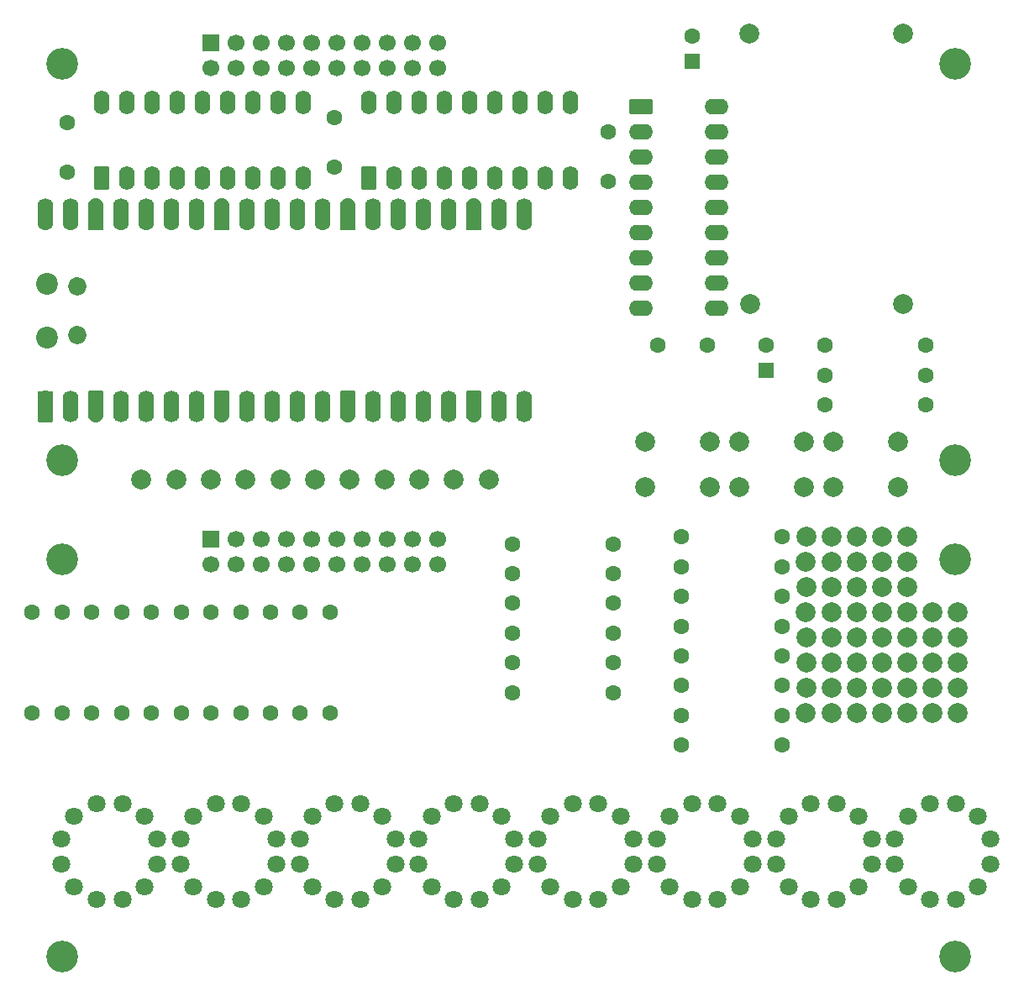
<source format=gbr>
%TF.GenerationSoftware,KiCad,Pcbnew,9.0.3*%
%TF.CreationDate,2025-09-07T22:44:02+09:00*%
%TF.ProjectId,VFD__,56464442-082e-46b6-9963-61645f706362,rev?*%
%TF.SameCoordinates,Original*%
%TF.FileFunction,Soldermask,Top*%
%TF.FilePolarity,Negative*%
%FSLAX46Y46*%
G04 Gerber Fmt 4.6, Leading zero omitted, Abs format (unit mm)*
G04 Created by KiCad (PCBNEW 9.0.3) date 2025-09-07 22:44:02*
%MOMM*%
%LPD*%
G01*
G04 APERTURE LIST*
G04 Aperture macros list*
%AMRoundRect*
0 Rectangle with rounded corners*
0 $1 Rounding radius*
0 $2 $3 $4 $5 $6 $7 $8 $9 X,Y pos of 4 corners*
0 Add a 4 corners polygon primitive as box body*
4,1,4,$2,$3,$4,$5,$6,$7,$8,$9,$2,$3,0*
0 Add four circle primitives for the rounded corners*
1,1,$1+$1,$2,$3*
1,1,$1+$1,$4,$5*
1,1,$1+$1,$6,$7*
1,1,$1+$1,$8,$9*
0 Add four rect primitives between the rounded corners*
20,1,$1+$1,$2,$3,$4,$5,0*
20,1,$1+$1,$4,$5,$6,$7,0*
20,1,$1+$1,$6,$7,$8,$9,0*
20,1,$1+$1,$8,$9,$2,$3,0*%
%AMFreePoly0*
4,1,37,0.800000,0.796148,0.878414,0.796148,1.032228,0.765552,1.177117,0.705537,1.307515,0.618408,1.418408,0.507515,1.505537,0.377117,1.565552,0.232228,1.596148,0.078414,1.596148,-0.078414,1.565552,-0.232228,1.505537,-0.377117,1.418408,-0.507515,1.307515,-0.618408,1.177117,-0.705537,1.032228,-0.765552,0.878414,-0.796148,0.800000,-0.796148,0.800000,-0.800000,-1.400000,-0.800000,
-1.403843,-0.796157,-1.439018,-0.796157,-1.511114,-0.766294,-1.566294,-0.711114,-1.596157,-0.639018,-1.596157,-0.603843,-1.600000,-0.600000,-1.600000,0.600000,-1.596157,0.603843,-1.596157,0.639018,-1.566294,0.711114,-1.511114,0.766294,-1.439018,0.796157,-1.403843,0.796157,-1.400000,0.800000,0.800000,0.800000,0.800000,0.796148,0.800000,0.796148,$1*%
%AMFreePoly1*
4,1,37,1.403843,0.796157,1.439018,0.796157,1.511114,0.766294,1.566294,0.711114,1.596157,0.639018,1.596157,0.603843,1.600000,0.600000,1.600000,-0.600000,1.596157,-0.603843,1.596157,-0.639018,1.566294,-0.711114,1.511114,-0.766294,1.439018,-0.796157,1.403843,-0.796157,1.400000,-0.800000,-0.800000,-0.800000,-0.800000,-0.796148,-0.878414,-0.796148,-1.032228,-0.765552,-1.177117,-0.705537,
-1.307515,-0.618408,-1.418408,-0.507515,-1.505537,-0.377117,-1.565552,-0.232228,-1.596148,-0.078414,-1.596148,0.078414,-1.565552,0.232228,-1.505537,0.377117,-1.418408,0.507515,-1.307515,0.618408,-1.177117,0.705537,-1.032228,0.765552,-0.878414,0.796148,-0.800000,0.796148,-0.800000,0.800000,1.400000,0.800000,1.403843,0.796157,1.403843,0.796157,$1*%
%AMFreePoly2*
4,1,37,0.603843,0.796157,0.639018,0.796157,0.711114,0.766294,0.766294,0.711114,0.796157,0.639018,0.796157,0.603843,0.800000,0.600000,0.800000,-0.600000,0.796157,-0.603843,0.796157,-0.639018,0.766294,-0.711114,0.711114,-0.766294,0.639018,-0.796157,0.603843,-0.796157,0.600000,-0.800000,0.000000,-0.800000,0.000000,-0.796148,-0.078414,-0.796148,-0.232228,-0.765552,-0.377117,-0.705537,
-0.507515,-0.618408,-0.618408,-0.507515,-0.705537,-0.377117,-0.765552,-0.232228,-0.796148,-0.078414,-0.796148,0.078414,-0.765552,0.232228,-0.705537,0.377117,-0.618408,0.507515,-0.507515,0.618408,-0.377117,0.705537,-0.232228,0.765552,-0.078414,0.796148,0.000000,0.796148,0.000000,0.800000,0.600000,0.800000,0.603843,0.796157,0.603843,0.796157,$1*%
%AMFreePoly3*
4,1,37,0.000000,0.796148,0.078414,0.796148,0.232228,0.765552,0.377117,0.705537,0.507515,0.618408,0.618408,0.507515,0.705537,0.377117,0.765552,0.232228,0.796148,0.078414,0.796148,-0.078414,0.765552,-0.232228,0.705537,-0.377117,0.618408,-0.507515,0.507515,-0.618408,0.377117,-0.705537,0.232228,-0.765552,0.078414,-0.796148,0.000000,-0.796148,0.000000,-0.800000,-0.600000,-0.800000,
-0.603843,-0.796157,-0.639018,-0.796157,-0.711114,-0.766294,-0.766294,-0.711114,-0.796157,-0.639018,-0.796157,-0.603843,-0.800000,-0.600000,-0.800000,0.600000,-0.796157,0.603843,-0.796157,0.639018,-0.766294,0.711114,-0.711114,0.766294,-0.639018,0.796157,-0.603843,0.796157,-0.600000,0.800000,0.000000,0.800000,0.000000,0.796148,0.000000,0.796148,$1*%
G04 Aperture macros list end*
%ADD10C,1.800000*%
%ADD11C,2.000000*%
%ADD12C,3.200000*%
%ADD13C,1.600000*%
%ADD14RoundRect,0.250000X0.550000X-0.950000X0.550000X0.950000X-0.550000X0.950000X-0.550000X-0.950000X0*%
%ADD15O,1.600000X2.400000*%
%ADD16R,1.700000X1.700000*%
%ADD17C,1.700000*%
%ADD18RoundRect,0.250000X0.550000X-0.550000X0.550000X0.550000X-0.550000X0.550000X-0.550000X-0.550000X0*%
%ADD19RoundRect,0.250000X-0.950000X-0.550000X0.950000X-0.550000X0.950000X0.550000X-0.950000X0.550000X0*%
%ADD20O,2.400000X1.600000*%
%ADD21C,2.200000*%
%ADD22C,1.850000*%
%ADD23FreePoly0,90.000000*%
%ADD24RoundRect,0.200000X0.600000X-0.600000X0.600000X0.600000X-0.600000X0.600000X-0.600000X-0.600000X0*%
%ADD25RoundRect,0.800000X0.000010X-0.800000X0.000010X0.800000X-0.000010X0.800000X-0.000010X-0.800000X0*%
%ADD26FreePoly1,90.000000*%
%ADD27FreePoly2,90.000000*%
%ADD28FreePoly3,90.000000*%
G04 APERTURE END LIST*
D10*
%TO.C,Q8*%
X194096629Y-110740439D03*
X192802534Y-115570068D03*
X187972905Y-116864163D03*
X194096629Y-113328629D03*
X190561095Y-107204905D03*
X192802534Y-108499000D03*
X185731466Y-115570068D03*
X184437371Y-113328629D03*
X190561095Y-116864163D03*
X184437371Y-110740439D03*
X185731466Y-108499000D03*
X187972905Y-107204905D03*
%TD*%
%TO.C,Q7*%
X182096629Y-110740439D03*
X180802534Y-115570068D03*
X175972905Y-116864163D03*
X182096629Y-113328629D03*
X178561095Y-107204905D03*
X180802534Y-108499000D03*
X173731466Y-115570068D03*
X172437371Y-113328629D03*
X178561095Y-116864163D03*
X172437371Y-110740439D03*
X173731466Y-108499000D03*
X175972905Y-107204905D03*
%TD*%
%TO.C,Q6*%
X170096629Y-110740439D03*
X168802534Y-115570068D03*
X163972905Y-116864163D03*
X170096629Y-113328629D03*
X166561095Y-107204905D03*
X168802534Y-108499000D03*
X161731466Y-115570068D03*
X160437371Y-113328629D03*
X166561095Y-116864163D03*
X160437371Y-110740439D03*
X161731466Y-108499000D03*
X163972905Y-107204905D03*
%TD*%
%TO.C,Q5*%
X158096629Y-110740439D03*
X156802534Y-115570068D03*
X151972905Y-116864163D03*
X158096629Y-113328629D03*
X154561095Y-107204905D03*
X156802534Y-108499000D03*
X149731466Y-115570068D03*
X148437371Y-113328629D03*
X154561095Y-116864163D03*
X148437371Y-110740439D03*
X149731466Y-108499000D03*
X151972905Y-107204905D03*
%TD*%
%TO.C,Q4*%
X146096629Y-110740439D03*
X144802534Y-115570068D03*
X139972905Y-116864163D03*
X146096629Y-113328629D03*
X142561095Y-107204905D03*
X144802534Y-108499000D03*
X137731466Y-115570068D03*
X136437371Y-113328629D03*
X142561095Y-116864163D03*
X136437371Y-110740439D03*
X137731466Y-108499000D03*
X139972905Y-107204905D03*
%TD*%
%TO.C,Q3*%
X134096629Y-110740439D03*
X132802534Y-115570068D03*
X127972905Y-116864163D03*
X134096629Y-113328629D03*
X130561095Y-107204905D03*
X132802534Y-108499000D03*
X125731466Y-115570068D03*
X124437371Y-113328629D03*
X130561095Y-116864163D03*
X124437371Y-110740439D03*
X125731466Y-108499000D03*
X127972905Y-107204905D03*
%TD*%
%TO.C,Q2*%
X122096629Y-110740439D03*
X120802534Y-115570068D03*
X115972905Y-116864163D03*
X122096629Y-113328629D03*
X118561095Y-107204905D03*
X120802534Y-108499000D03*
X113731466Y-115570068D03*
X112437371Y-113328629D03*
X118561095Y-116864163D03*
X112437371Y-110740439D03*
X113731466Y-108499000D03*
X115972905Y-107204905D03*
%TD*%
%TO.C,Q1*%
X110096629Y-110740439D03*
X108802534Y-115570068D03*
X103972905Y-116864163D03*
X110096629Y-113328629D03*
X106561095Y-107204905D03*
X108802534Y-108499000D03*
X101731466Y-115570068D03*
X100437371Y-113328629D03*
X106561095Y-116864163D03*
X100437371Y-110740439D03*
X101731466Y-108499000D03*
X103972905Y-107204905D03*
%TD*%
D11*
%TO.C,TP30*%
X185240580Y-29539030D03*
%TD*%
%TO.C,TP31*%
X169802444Y-29524300D03*
%TD*%
D12*
%TO.C,H6*%
X100500000Y-122600000D03*
%TD*%
D11*
%TO.C,TP51*%
X180594000Y-90424000D03*
%TD*%
%TO.C,TP7*%
X143500000Y-74500000D03*
%TD*%
D13*
%TO.C,R20*%
X162920000Y-86300000D03*
X173080000Y-86300000D03*
%TD*%
D11*
%TO.C,TP58*%
X183134000Y-85344000D03*
%TD*%
%TO.C,TP11*%
X112000000Y-74500000D03*
%TD*%
D14*
%TO.C,U1*%
X104520000Y-44120000D03*
D15*
X107060000Y-44120000D03*
X109600000Y-44120000D03*
X112140000Y-44120000D03*
X114680000Y-44120000D03*
X117220000Y-44120000D03*
X119760000Y-44120000D03*
X122300000Y-44120000D03*
X124840000Y-44120000D03*
X124840000Y-36500000D03*
X122300000Y-36500000D03*
X119760000Y-36500000D03*
X117220000Y-36500000D03*
X114680000Y-36500000D03*
X112140000Y-36500000D03*
X109600000Y-36500000D03*
X107060000Y-36500000D03*
X104520000Y-36500000D03*
%TD*%
D11*
%TO.C,TP47*%
X190754000Y-92964000D03*
%TD*%
D13*
%TO.C,R27*%
X187580000Y-64008000D03*
X177420000Y-64008000D03*
%TD*%
D11*
%TO.C,TP39*%
X178054000Y-82804000D03*
%TD*%
%TO.C,TP23*%
X175514000Y-85344000D03*
%TD*%
D12*
%TO.C,H7*%
X190500000Y-82600000D03*
%TD*%
D11*
%TO.C,TP14*%
X178054000Y-80264000D03*
%TD*%
%TO.C,TP53*%
X183134000Y-95504000D03*
%TD*%
%TO.C,TP34*%
X169818349Y-56818855D03*
%TD*%
D13*
%TO.C,C7*%
X155500000Y-44500000D03*
X155500000Y-39500000D03*
%TD*%
%TO.C,R17*%
X103500000Y-98080000D03*
X103500000Y-87920000D03*
%TD*%
%TO.C,R14*%
X145920000Y-87000000D03*
X156080000Y-87000000D03*
%TD*%
D11*
%TO.C,TP6*%
X140000000Y-74500000D03*
%TD*%
%TO.C,TP13*%
X175514000Y-80264000D03*
%TD*%
D13*
%TO.C,R12*%
X145920000Y-84000000D03*
X156080000Y-84000000D03*
%TD*%
D11*
%TO.C,TP60*%
X183134000Y-90424000D03*
%TD*%
%TO.C,TP67*%
X185674000Y-85344000D03*
%TD*%
D12*
%TO.C,H5*%
X100500000Y-82600000D03*
%TD*%
D11*
%TO.C,TP26*%
X175514000Y-92964000D03*
%TD*%
%TO.C,TP28*%
X178054000Y-98044000D03*
%TD*%
D13*
%TO.C,R28*%
X187580000Y-61000000D03*
X177420000Y-61000000D03*
%TD*%
%TO.C,R19*%
X162920000Y-83300000D03*
X173080000Y-83300000D03*
%TD*%
D11*
%TO.C,TP61*%
X183134000Y-92964000D03*
%TD*%
D12*
%TO.C,H8*%
X190500000Y-122600000D03*
%TD*%
D11*
%TO.C,TP10*%
X119000000Y-74500000D03*
%TD*%
D16*
%TO.C,J2*%
X115500000Y-30500000D03*
D17*
X115500000Y-33040000D03*
X118040000Y-30500000D03*
X118040000Y-33040000D03*
X120580000Y-30500000D03*
X120580000Y-33040000D03*
X123120000Y-30500000D03*
X123120000Y-33040000D03*
X125660000Y-30500000D03*
X125660000Y-33040000D03*
X128200000Y-30500000D03*
X128200000Y-33040000D03*
X130740000Y-30500000D03*
X130740000Y-33040000D03*
X133280000Y-30500000D03*
X133280000Y-33040000D03*
X135820000Y-30500000D03*
X135820000Y-33040000D03*
X138360000Y-30500000D03*
X138360000Y-33040000D03*
%TD*%
D13*
%TO.C,Rr2*%
X106500000Y-98080000D03*
X106500000Y-87920000D03*
%TD*%
%TO.C,R13*%
X109500000Y-98080000D03*
X109500000Y-87920000D03*
%TD*%
D12*
%TO.C,H3*%
X190500000Y-32600000D03*
%TD*%
D11*
%TO.C,TP36*%
X185250771Y-56858351D03*
%TD*%
D13*
%TO.C,C5*%
X127960000Y-43000000D03*
X127960000Y-38000000D03*
%TD*%
D11*
%TO.C,TP12*%
X115500000Y-74500000D03*
%TD*%
%TO.C,TP21*%
X190754000Y-98044000D03*
%TD*%
%TO.C,TP5*%
X136500000Y-74500000D03*
%TD*%
D13*
%TO.C,R7*%
X121500000Y-98080000D03*
X121500000Y-87920000D03*
%TD*%
D11*
%TO.C,TP20*%
X188214000Y-98044000D03*
%TD*%
%TO.C,TP22*%
X175452000Y-82804000D03*
%TD*%
%TO.C,TP42*%
X178054000Y-90424000D03*
%TD*%
%TO.C,TP55*%
X188214000Y-90424000D03*
%TD*%
D13*
%TO.C,R11*%
X115500000Y-98080000D03*
X115500000Y-87920000D03*
%TD*%
D11*
%TO.C,TP43*%
X178054000Y-92964000D03*
%TD*%
D12*
%TO.C,H1*%
X100500000Y-32600000D03*
%TD*%
D11*
%TO.C,TP57*%
X183134000Y-82804000D03*
%TD*%
%TO.C,TP48*%
X180594000Y-82804000D03*
%TD*%
%TO.C,TP69*%
X185674000Y-90424000D03*
%TD*%
%TO.C,TP9*%
X122500000Y-74500000D03*
%TD*%
D12*
%TO.C,H2*%
X100500000Y-72600000D03*
%TD*%
D13*
%TO.C,R18*%
X162920000Y-80300000D03*
X173080000Y-80300000D03*
%TD*%
%TO.C,R25*%
X162920000Y-101300000D03*
X173080000Y-101300000D03*
%TD*%
D18*
%TO.C,C2*%
X164000206Y-32336531D03*
D13*
X164000206Y-29836531D03*
%TD*%
D11*
%TO.C,TP25*%
X175514000Y-90424000D03*
%TD*%
D13*
%TO.C,R22*%
X162920000Y-92300000D03*
X173080000Y-92300000D03*
%TD*%
D11*
%TO.C,TP41*%
X178054000Y-87884000D03*
%TD*%
D13*
%TO.C,R6*%
X97500000Y-98080000D03*
X97500000Y-87920000D03*
%TD*%
%TO.C,R3*%
X127500000Y-98080000D03*
X127500000Y-87920000D03*
%TD*%
D11*
%TO.C,TP70*%
X185674000Y-92964000D03*
%TD*%
%TO.C,TP63*%
X185674000Y-98044000D03*
%TD*%
D13*
%TO.C,R10*%
X145920000Y-81000000D03*
X156080000Y-81000000D03*
%TD*%
D11*
%TO.C,TP24*%
X175452000Y-87884000D03*
%TD*%
%TO.C,TP19*%
X175452000Y-98044000D03*
%TD*%
%TO.C,TP37*%
X188214000Y-95504000D03*
%TD*%
D13*
%TO.C,C6*%
X160500000Y-61000000D03*
X165500000Y-61000000D03*
%TD*%
D11*
%TO.C,TP3*%
X129500000Y-74500000D03*
%TD*%
%TO.C,TP59*%
X183134000Y-87884000D03*
%TD*%
D13*
%TO.C,R23*%
X162920000Y-95300000D03*
X173080000Y-95300000D03*
%TD*%
D11*
%TO.C,TP40*%
X178054000Y-85344000D03*
%TD*%
%TO.C,TP54*%
X183134000Y-98044000D03*
%TD*%
%TO.C,TP65*%
X190754000Y-87884000D03*
%TD*%
%TO.C,TP68*%
X185674000Y-87884000D03*
%TD*%
%TO.C,TP56*%
X190754000Y-90424000D03*
%TD*%
%TO.C,TP38*%
X190754000Y-95504000D03*
%TD*%
%TO.C,TP50*%
X180594000Y-87884000D03*
%TD*%
%TO.C,TP2*%
X126000000Y-74500000D03*
%TD*%
D18*
%TO.C,C1*%
X171500000Y-63500000D03*
D13*
X171500000Y-61000000D03*
%TD*%
%TO.C,R26*%
X187580000Y-67000000D03*
X177420000Y-67000000D03*
%TD*%
D11*
%TO.C,SW4*%
X165750000Y-75250000D03*
X159250000Y-75250000D03*
X165750000Y-70750000D03*
X159250000Y-70750000D03*
%TD*%
%TO.C,TP62*%
X185674000Y-95504000D03*
%TD*%
%TO.C,TP49*%
X180594000Y-85344000D03*
%TD*%
%TO.C,TP52*%
X180594000Y-92964000D03*
%TD*%
D13*
%TO.C,C4*%
X101000000Y-38500000D03*
X101000000Y-43500000D03*
%TD*%
D11*
%TO.C,TP45*%
X180594000Y-98044000D03*
%TD*%
%TO.C,SW2*%
X184750000Y-75250000D03*
X178250000Y-75250000D03*
X184750000Y-70750000D03*
X178250000Y-70750000D03*
%TD*%
D13*
%TO.C,R4*%
X145920000Y-93000000D03*
X156080000Y-93000000D03*
%TD*%
%TO.C,R2*%
X145920000Y-90000000D03*
X156080000Y-90000000D03*
%TD*%
D11*
%TO.C,SW3*%
X175250000Y-75250000D03*
X168750000Y-75250000D03*
X175250000Y-70750000D03*
X168750000Y-70750000D03*
%TD*%
D13*
%TO.C,R8*%
X100500000Y-98080000D03*
X100500000Y-87920000D03*
%TD*%
%TO.C,R21*%
X162920000Y-89300000D03*
X173080000Y-89300000D03*
%TD*%
%TO.C,R9*%
X112500000Y-98080000D03*
X112500000Y-87920000D03*
%TD*%
D11*
%TO.C,TP16*%
X183134000Y-80264000D03*
%TD*%
D13*
%TO.C,R1*%
X124500000Y-98080000D03*
X124500000Y-87920000D03*
%TD*%
D11*
%TO.C,TP64*%
X188214000Y-87884000D03*
%TD*%
D16*
%TO.C,J3*%
X115500000Y-80500000D03*
D17*
X115500000Y-83040000D03*
X118040000Y-80500000D03*
X118040000Y-83040000D03*
X120580000Y-80500000D03*
X120580000Y-83040000D03*
X123120000Y-80500000D03*
X123120000Y-83040000D03*
X125660000Y-80500000D03*
X125660000Y-83040000D03*
X128200000Y-80500000D03*
X128200000Y-83040000D03*
X130740000Y-80500000D03*
X130740000Y-83040000D03*
X133280000Y-80500000D03*
X133280000Y-83040000D03*
X135820000Y-80500000D03*
X135820000Y-83040000D03*
X138360000Y-80500000D03*
X138360000Y-83040000D03*
%TD*%
D11*
%TO.C,TP44*%
X180594000Y-95504000D03*
%TD*%
%TO.C,TP4*%
X133000000Y-74500000D03*
%TD*%
D14*
%TO.C,U3*%
X131420000Y-44120000D03*
D15*
X133960000Y-44120000D03*
X136500000Y-44120000D03*
X139040000Y-44120000D03*
X141580000Y-44120000D03*
X144120000Y-44120000D03*
X146660000Y-44120000D03*
X149200000Y-44120000D03*
X151740000Y-44120000D03*
X151740000Y-36500000D03*
X149200000Y-36500000D03*
X146660000Y-36500000D03*
X144120000Y-36500000D03*
X141580000Y-36500000D03*
X139040000Y-36500000D03*
X136500000Y-36500000D03*
X133960000Y-36500000D03*
X131420000Y-36500000D03*
%TD*%
D11*
%TO.C,TP15*%
X180594000Y-80264000D03*
%TD*%
D13*
%TO.C,R24*%
X162920000Y-98300000D03*
X173080000Y-98300000D03*
%TD*%
%TO.C,R16*%
X145920000Y-96000000D03*
X156080000Y-96000000D03*
%TD*%
D19*
%TO.C,U2*%
X158880000Y-36920000D03*
D20*
X158880000Y-39460000D03*
X158880000Y-42000000D03*
X158880000Y-44540000D03*
X158880000Y-47080000D03*
X158880000Y-49620000D03*
X158880000Y-52160000D03*
X158880000Y-54700000D03*
X158880000Y-57240000D03*
X166500000Y-57240000D03*
X166500000Y-54700000D03*
X166500000Y-52160000D03*
X166500000Y-49620000D03*
X166500000Y-47080000D03*
X166500000Y-44540000D03*
X166500000Y-42000000D03*
X166500000Y-39460000D03*
X166500000Y-36920000D03*
%TD*%
D11*
%TO.C,TP17*%
X185674000Y-80264000D03*
%TD*%
D12*
%TO.C,H4*%
X190500000Y-72600000D03*
%TD*%
D11*
%TO.C,TP18*%
X175514000Y-95504000D03*
%TD*%
%TO.C,TP46*%
X188214000Y-92964000D03*
%TD*%
D13*
%TO.C,R5*%
X118500000Y-98080000D03*
X118500000Y-87920000D03*
%TD*%
D11*
%TO.C,TP27*%
X178054000Y-95504000D03*
%TD*%
%TO.C,TP66*%
X185674000Y-82804000D03*
%TD*%
%TO.C,TP8*%
X108500000Y-74500000D03*
%TD*%
D21*
%TO.C,A1*%
X98970000Y-60225000D03*
D22*
X102000000Y-59925000D03*
X102000000Y-55075000D03*
D21*
X98970000Y-54775000D03*
D23*
X98840000Y-67190000D03*
D24*
X98840000Y-66390000D03*
D25*
X101380000Y-67190000D03*
D13*
X101380000Y-66390000D03*
D26*
X103920000Y-67190000D03*
D27*
X103920000Y-66390000D03*
D25*
X106460000Y-67190000D03*
D13*
X106460000Y-66390000D03*
D25*
X109000000Y-67190000D03*
D13*
X109000000Y-66390000D03*
D25*
X111540000Y-67190000D03*
D13*
X111540000Y-66390000D03*
D25*
X114080000Y-67190000D03*
D13*
X114080000Y-66390000D03*
D26*
X116620000Y-67190000D03*
D27*
X116620000Y-66390000D03*
D25*
X119160000Y-67190000D03*
D13*
X119160000Y-66390000D03*
D25*
X121700000Y-67190000D03*
D13*
X121700000Y-66390000D03*
D25*
X124240000Y-67190000D03*
D13*
X124240000Y-66390000D03*
D25*
X126780000Y-67190000D03*
D13*
X126780000Y-66390000D03*
D26*
X129320000Y-67190000D03*
D27*
X129320000Y-66390000D03*
D25*
X131860000Y-67190000D03*
D13*
X131860000Y-66390000D03*
D25*
X134400000Y-67190000D03*
D13*
X134400000Y-66390000D03*
D25*
X136940000Y-67190000D03*
D13*
X136940000Y-66390000D03*
D25*
X139480000Y-67190000D03*
D13*
X139480000Y-66390000D03*
D26*
X142020000Y-67190000D03*
D27*
X142020000Y-66390000D03*
D25*
X144560000Y-67190000D03*
D13*
X144560000Y-66390000D03*
D25*
X147100000Y-67190000D03*
D13*
X147100000Y-66390000D03*
X147100000Y-48610000D03*
D25*
X147100000Y-47810000D03*
D13*
X144560000Y-48610000D03*
D25*
X144560000Y-47810000D03*
D28*
X142020000Y-48610000D03*
D23*
X142020000Y-47810000D03*
D13*
X139480000Y-48610000D03*
D25*
X139480000Y-47810000D03*
D13*
X136940000Y-48610000D03*
D25*
X136940000Y-47810000D03*
D13*
X134400000Y-48610000D03*
D25*
X134400000Y-47810000D03*
D13*
X131860000Y-48610000D03*
D25*
X131860000Y-47810000D03*
D28*
X129320000Y-48610000D03*
D23*
X129320000Y-47810000D03*
D13*
X126780000Y-48610000D03*
D25*
X126780000Y-47810000D03*
D13*
X124240000Y-48610000D03*
D25*
X124240000Y-47810000D03*
D13*
X121700000Y-48610000D03*
D25*
X121700000Y-47810000D03*
D13*
X119160000Y-48610000D03*
D25*
X119160000Y-47810000D03*
D28*
X116620000Y-48610000D03*
D23*
X116620000Y-47810000D03*
D13*
X114080000Y-48610000D03*
D25*
X114080000Y-47810000D03*
D13*
X111540000Y-48610000D03*
D25*
X111540000Y-47810000D03*
D13*
X109000000Y-48610000D03*
D25*
X109000000Y-47810000D03*
D13*
X106460000Y-48610000D03*
D25*
X106460000Y-47810000D03*
D28*
X103920000Y-48610000D03*
D23*
X103920000Y-47810000D03*
D13*
X101380000Y-48610000D03*
D25*
X101380000Y-47810000D03*
D13*
X98840000Y-48610000D03*
D25*
X98840000Y-47810000D03*
%TD*%
M02*

</source>
